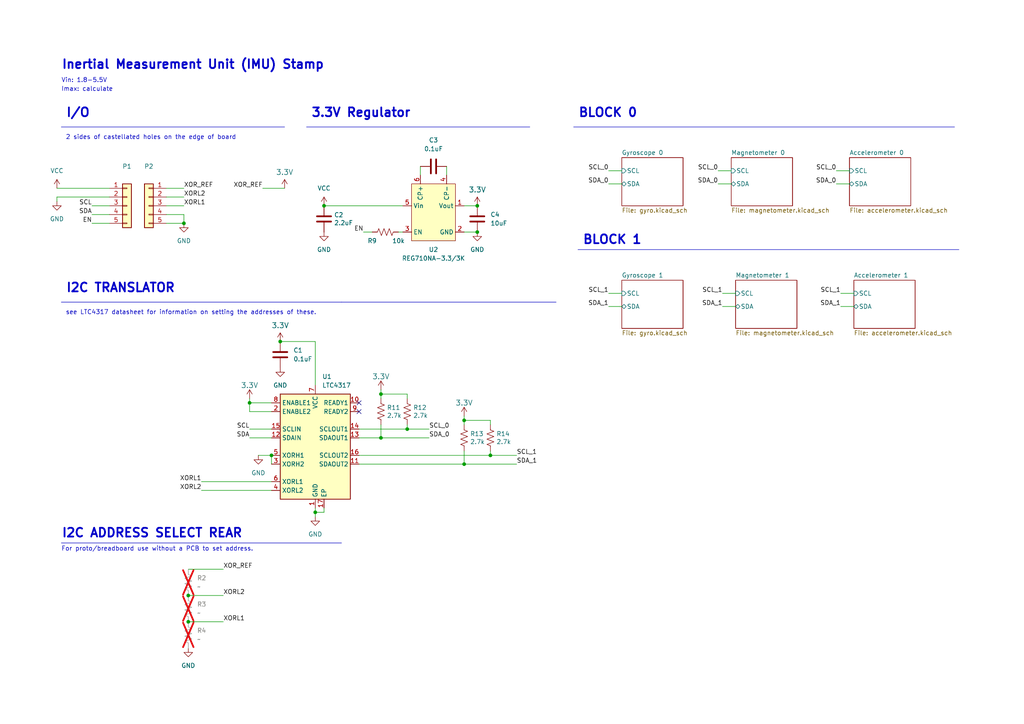
<source format=kicad_sch>
(kicad_sch (version 20230121) (generator eeschema)
  (paper "A4")
  (lib_symbols
    (symbol "Connector_Generic:Conn_01x05" (pin_names (offset 1.016) hide)
      (property "Reference" "J" (at 0 7.62 0))
      (property "Value" "Conn_01x05" (at 0 -7.62 0))
      (symbol "Conn_01x05_1_1"
        (rectangle (start -1.27 -4.953) (end 0 -5.207) (stroke (width 0.1524)))
        (rectangle (start -1.27 -2.413) (end 0 -2.667) (stroke (width 0.1524)))
        (rectangle (start -1.27 0.127) (end 0 -0.127) (stroke (width 0.1524)))
        (rectangle (start -1.27 2.667) (end 0 2.413) (stroke (width 0.1524)))
        (rectangle (start -1.27 5.207) (end 0 4.953) (stroke (width 0.1524)))
        (rectangle (start -1.27 6.35) (end 1.27 -6.35) (stroke (width 0.254)) (fill (type background)))
        (pin passive line (at -5.08 5.08 0) (length 3.81) (name "Pin_1") (number "1"))
        (pin passive line (at -5.08 2.54 0) (length 3.81) (name "Pin_2") (number "2"))
        (pin passive line (at -5.08 0 0) (length 3.81) (name "Pin_3") (number "3"))
        (pin passive line (at -5.08 -2.54 0) (length 3.81) (name "Pin_4") (number "4"))
        (pin passive line (at -5.08 -5.08 0) (length 3.81) (name "Pin_5") (number "5"))
      )
    )
    (symbol "Device:C" (pin_numbers hide) (pin_names (offset 0.254))
      (property "Reference" "C" (at 0.635 2.54 0))
      (property "Value" "C" (at 0.635 -2.54 0))
      (symbol "C_0_1"
        (polyline (pts (xy -2.032 -0.762) (xy 2.032 -0.762)) (stroke (width 0.508)))
        (polyline (pts (xy -2.032 0.762) (xy 2.032 0.762)) (stroke (width 0.508)))
      )
      (symbol "C_1_1"
        (pin passive line (at 0 3.81 270) (length 2.794) (name "~") (number "1"))
        (pin passive line (at 0 -3.81 90) (length 2.794) (name "~") (number "2"))
      )
    )
    (symbol "Device:R_US" (pin_numbers hide) (pin_names (offset 0))
      (property "Reference" "R" (at 2.54 0 90))
      (property "Value" "R_US" (at -2.54 0 90))
      (symbol "R_US_0_1"
        (polyline (pts (xy 0 -2.286) (xy 0 -2.54)))
        (polyline (pts (xy 0 2.286) (xy 0 2.54)))
        (polyline (pts (xy 0 -0.762) (xy 1.016 -1.143) (xy 0 -1.524) (xy -1.016 -1.905) (xy 0 -2.286)))
        (polyline (pts (xy 0 0.762) (xy 1.016 0.381) (xy 0 0) (xy -1.016 -0.381) (xy 0 -0.762)))
        (polyline (pts (xy 0 2.286) (xy 1.016 1.905) (xy 0 1.524) (xy -1.016 1.143) (xy 0 0.762)))
      )
      (symbol "R_US_1_1"
        (pin passive line (at 0 3.81 270) (length 1.27) (name "~") (number "1"))
        (pin passive line (at 0 -3.81 90) (length 1.27) (name "~") (number "2"))
      )
    )
    (symbol "Interface_Expansion:LTC4317"
      (property "Reference" "U" (at -8.89 16.51 0))
      (property "Value" "LTC4317" (at 6.35 16.51 0))
      (symbol "LTC4317_0_1"
        (rectangle (start -10.16 15.24) (end 10.16 -15.24) (stroke (width 0.254)) (fill (type background)))
      )
      (symbol "LTC4317_1_1"
        (pin power_in line (at 0 -17.78 90) (length 2.54) (name "GND") (number "1"))
        (pin open_collector line (at 12.7 12.7 180) (length 2.54) (name "READY1") (number "10"))
        (pin bidirectional line (at 12.7 -5.08 180) (length 2.54) (name "SDAOUT2") (number "11"))
        (pin bidirectional line (at -12.7 2.54 0) (length 2.54) (name "SDAIN") (number "12"))
        (pin bidirectional line (at 12.7 2.54 180) (length 2.54) (name "SDAOUT1") (number "13"))
        (pin output line (at 12.7 5.08 180) (length 2.54) (name "SCLOUT1") (number "14"))
        (pin input line (at -12.7 5.08 0) (length 2.54) (name "SCLIN") (number "15"))
        (pin output line (at 12.7 -2.54 180) (length 2.54) (name "SCLOUT2") (number "16"))
        (pin passive line (at 2.54 -17.78 90) (length 2.54) (name "EP") (number "17"))
        (pin input line (at -12.7 10.16 0) (length 2.54) (name "ENABLE2") (number "2"))
        (pin input line (at -12.7 -5.08 0) (length 2.54) (name "XORH2") (number "3"))
        (pin input line (at -12.7 -12.7 0) (length 2.54) (name "XORL2") (number "4"))
        (pin input line (at -12.7 -2.54 0) (length 2.54) (name "XORH1") (number "5"))
        (pin input line (at -12.7 -10.16 0) (length 2.54) (name "XORL1") (number "6"))
        (pin power_in line (at 0 17.78 270) (length 2.54) (name "VCC") (number "7"))
        (pin input line (at -12.7 12.7 0) (length 2.54) (name "ENABLE1") (number "8"))
        (pin open_collector line (at 12.7 10.16 180) (length 2.54) (name "READY2") (number "9"))
      )
    )
    (symbol "imu-stamp:REG710NA"
      (property "Reference" "U" (at 0 -17.78 0))
      (property "Value" "REG710NA" (at 0 -20.32 0))
      (symbol "REG710NA_0_1"
        (rectangle (start -6.35 0) (end 6.35 -16.51) (fill (type background)))
      )
      (symbol "REG710NA_1_1"
        (pin input line (at 8.89 -6.35 180) (length 2.54) (name "Vout") (number "1"))
        (pin input line (at 8.89 -13.97 180) (length 2.54) (name "GND") (number "2"))
        (pin input line (at -8.89 -13.97 0) (length 2.54) (name "EN") (number "3"))
        (pin input line (at 3.81 2.54 270) (length 2.54) (name "CP-") (number "4"))
        (pin input line (at -8.89 -6.35 0) (length 2.54) (name "Vin") (number "5"))
        (pin input line (at -3.81 2.54 270) (length 2.54) (name "CP+") (number "6"))
      )
    )
    (symbol "mainboard:3.3V" (power) (pin_names (offset 1.016))
      (property "Value" "3.3V" (at -1.016 3.556 0))
      (symbol "3.3V_1_0"
        (polyline (pts (xy 0 2.54) (xy -0.762 1.27)))
        (polyline (pts (xy 0.762 1.27) (xy 0 2.54)))
        (pin power_in line (at 0 0 90) (length 2.54) (name "3.3V") (number "1"))
      )
    )
    (symbol "power:GND" (power) (pin_names (offset 0))
      (property "Value" "GND" (at 0 -3.81 0))
      (symbol "GND_0_1"
        (polyline (pts (xy 0 0) (xy 0 -1.27) (xy 1.27 -1.27) (xy 0 -2.54) (xy -1.27 -1.27) (xy 0 -1.27)))
      )
      (symbol "GND_1_1"
        (pin power_in line (at 0 0 270) (length 0) hide (name "GND") (number "1"))
      )
    )
    (symbol "power:VCC" (power) (pin_names (offset 0))
      (property "Value" "VCC" (at 0 3.81 0))
      (symbol "VCC_0_1"
        (polyline (pts (xy -0.762 1.27) (xy 0 2.54)))
        (polyline (pts (xy 0 0) (xy 0 2.54)))
        (polyline (pts (xy 0 2.54) (xy 0.762 1.27)))
      )
      (symbol "VCC_1_1"
        (pin power_in line (at 0 0 90) (length 0) hide (name "VCC") (number "1"))
      )
    )
  )
  (junction (at 134.62 121.92))
  (junction (at 138.43 67.31))
  (junction (at 142.24 132.08))
  (junction (at 72.39 116.84))
  (junction (at 54.61 180.34))
  (junction (at 81.28 99.06))
  (junction (at 118.11 124.46))
  (junction (at 110.49 127))
  (junction (at 78.74 132.08))
  (junction (at 110.49 114.3))
  (junction (at 91.44 148.59))
  (junction (at 138.43 59.69))
  (junction (at 134.62 134.62))
  (junction (at 54.61 172.72))
  (junction (at 53.34 64.77))
  (junction (at 93.98 59.69))
  (no_connect (at 104.14 116.84))
  (no_connect (at 104.14 119.38))
  (wire (pts (xy 93.98 148.59) (xy 93.98 147.32)))
  (wire (pts (xy 54.61 180.34) (xy 64.77 180.34)))
  (wire (pts (xy 76.2 54.61) (xy 82.55 54.61)))
  (wire (pts (xy 134.62 130.81) (xy 134.62 134.62)))
  (wire (pts (xy 16.51 57.15) (xy 16.51 58.42)))
  (wire (pts (xy 242.57 53.34) (xy 246.38 53.34)))
  (wire (pts (xy 134.62 134.62) (xy 149.86 134.62)))
  (wire (pts (xy 58.42 142.24) (xy 78.74 142.24)))
  (wire (pts (xy 31.75 64.77) (xy 26.67 64.77)))
  (wire (pts (xy 208.28 49.53) (xy 212.09 49.53)))
  (wire (pts (xy 121.92 48.26) (xy 121.92 50.8)))
  (wire (pts (xy 134.62 120.65) (xy 134.62 121.92)))
  (wire (pts (xy 48.26 57.15) (xy 53.34 57.15)))
  (wire (pts (xy 58.42 139.7) (xy 78.74 139.7)))
  (wire (pts (xy 110.49 113.03) (xy 110.49 114.3)))
  (wire (pts (xy 104.14 127) (xy 110.49 127)))
  (wire (pts (xy 54.61 172.72) (xy 64.77 172.72)))
  (polyline (pts (xy 17.78 157.48) (xy 99.06 157.48)))
  (wire (pts (xy 110.49 115.57) (xy 110.49 114.3)))
  (wire (pts (xy 48.26 64.77) (xy 53.34 64.77)))
  (wire (pts (xy 48.26 62.23) (xy 53.34 62.23)))
  (wire (pts (xy 91.44 148.59) (xy 93.98 148.59)))
  (wire (pts (xy 142.24 132.08) (xy 104.14 132.08)))
  (wire (pts (xy 31.75 54.61) (xy 16.51 54.61)))
  (wire (pts (xy 31.75 59.69) (xy 26.67 59.69)))
  (wire (pts (xy 48.26 54.61) (xy 53.34 54.61)))
  (wire (pts (xy 134.62 59.69) (xy 138.43 59.69)))
  (wire (pts (xy 243.84 85.09) (xy 247.65 85.09)))
  (wire (pts (xy 105.41 67.31) (xy 107.95 67.31)))
  (wire (pts (xy 142.24 130.81) (xy 142.24 132.08)))
  (wire (pts (xy 78.74 119.38) (xy 72.39 119.38)))
  (wire (pts (xy 209.55 85.09) (xy 213.36 85.09)))
  (wire (pts (xy 142.24 121.92) (xy 142.24 123.19)))
  (wire (pts (xy 72.39 116.84) (xy 72.39 119.38)))
  (wire (pts (xy 104.14 124.46) (xy 118.11 124.46)))
  (wire (pts (xy 142.24 121.92) (xy 134.62 121.92)))
  (wire (pts (xy 118.11 114.3) (xy 110.49 114.3)))
  (wire (pts (xy 48.26 59.69) (xy 53.34 59.69)))
  (wire (pts (xy 176.53 49.53) (xy 180.34 49.53)))
  (wire (pts (xy 78.74 132.08) (xy 74.93 132.08)))
  (wire (pts (xy 110.49 127) (xy 124.46 127)))
  (wire (pts (xy 93.98 59.69) (xy 116.84 59.69)))
  (wire (pts (xy 53.34 62.23) (xy 53.34 64.77)))
  (polyline (pts (xy 166.37 36.83) (xy 276.86 36.83)))
  (polyline (pts (xy 17.78 36.83) (xy 82.55 36.83)))
  (polyline (pts (xy 99.06 87.63) (xy 161.29 87.63)))
  (wire (pts (xy 91.44 148.59) (xy 91.44 147.32)))
  (wire (pts (xy 118.11 114.3) (xy 118.11 115.57)))
  (wire (pts (xy 64.77 165.1) (xy 54.61 165.1)))
  (wire (pts (xy 176.53 88.9) (xy 180.34 88.9)))
  (wire (pts (xy 104.14 134.62) (xy 134.62 134.62)))
  (wire (pts (xy 110.49 127) (xy 110.49 123.19)))
  (polyline (pts (xy 17.78 87.63) (xy 99.06 87.63)))
  (wire (pts (xy 31.75 62.23) (xy 26.67 62.23)))
  (wire (pts (xy 243.84 88.9) (xy 247.65 88.9)))
  (wire (pts (xy 209.55 88.9) (xy 213.36 88.9)))
  (polyline (pts (xy 88.9 36.83) (xy 153.67 36.83)))
  (wire (pts (xy 72.39 124.46) (xy 78.74 124.46)))
  (wire (pts (xy 78.74 132.08) (xy 78.74 134.62)))
  (wire (pts (xy 134.62 123.19) (xy 134.62 121.92)))
  (wire (pts (xy 142.24 132.08) (xy 149.86 132.08)))
  (wire (pts (xy 91.44 111.76) (xy 91.44 99.06)))
  (wire (pts (xy 72.39 115.57) (xy 72.39 116.84)))
  (wire (pts (xy 208.28 53.34) (xy 212.09 53.34)))
  (wire (pts (xy 72.39 116.84) (xy 78.74 116.84)))
  (wire (pts (xy 72.39 127) (xy 78.74 127)))
  (wire (pts (xy 16.51 57.15) (xy 31.75 57.15)))
  (wire (pts (xy 118.11 124.46) (xy 118.11 123.19)))
  (polyline (pts (xy 167.64 72.39) (xy 278.13 72.39)))
  (wire (pts (xy 242.57 49.53) (xy 246.38 49.53)))
  (wire (pts (xy 176.53 85.09) (xy 180.34 85.09)))
  (wire (pts (xy 134.62 67.31) (xy 138.43 67.31)))
  (wire (pts (xy 118.11 124.46) (xy 124.46 124.46)))
  (wire (pts (xy 176.53 53.34) (xy 180.34 53.34)))
  (wire (pts (xy 91.44 149.86) (xy 91.44 148.59)))
  (wire (pts (xy 91.44 99.06) (xy 81.28 99.06)))
  (wire (pts (xy 115.57 67.31) (xy 116.84 67.31)))
  (wire (pts (xy 129.54 48.26) (xy 129.54 50.8)))
  (text "I2C TRANSLATOR" (at 19.05 85.09 0) (effects (font (size 2.54 2.54) (thickness 0.508) bold) (justify left bottom)))
  (text "2 sides of castellated holes on the edge of board" (at 19.05 40.64 0) (effects (font (size 1.27 1.27)) (justify left bottom)))
  (text "Imax: calculate" (at 17.78 26.67 0) (effects (font (size 1.27 1.27)) (justify left bottom)))
  (text "I/O" (at 19.05 34.29 0) (effects (font (size 2.54 2.54) (thickness 0.508) bold) (justify left bottom)))
  (text "see LTC4317 datasheet for information on setting the addresses of these." (at 19.05 91.44 0) (effects (font (size 1.27 1.27)) (justify left bottom)))
  (text "Inertial Measurement Unit (IMU) Stamp" (at 17.78 20.32 0) (effects (font (size 2.54 2.54) (thickness 0.508) bold) (justify left bottom)))
  (text "I2C ADDRESS SELECT REAR" (at 17.78 156.21 0) (effects (font (size 2.54 2.54) (thickness 0.508) bold) (justify left bottom)))
  (text "BLOCK 0" (at 167.64 34.29 0) (effects (font (size 2.54 2.54) (thickness 0.508) bold) (justify left bottom)))
  (text "BLOCK 1" (at 168.91 71.12 0) (effects (font (size 2.54 2.54) (thickness 0.508) bold) (justify left bottom)))
  (text "Vin: 1.8-5.5V\n" (at 17.78 24.13 0) (effects (font (size 1.27 1.27)) (justify left bottom)))
  (text "For proto/breadboard use without a PCB to set address." (at 17.78 160.02 0) (effects (font (size 1.27 1.27)) (justify left bottom)))
  (text "3.3V Regulator" (at 90.17 34.29 0) (effects (font (size 2.54 2.54) (thickness 0.508) bold) (justify left bottom)))
  (label "SCL_0" (at 242.57 49.53 180))
  (label "SDA_1" (at 149.86 134.62 0))
  (label "XORL2" (at 64.77 172.72 0))
  (label "SDA_0" (at 176.53 53.34 180))
  (label "SCL_1" (at 243.84 85.09 180))
  (label "SDA_0" (at 208.28 53.34 180))
  (label "XOR_REF" (at 76.2 54.61 180))
  (label "SCL_0" (at 124.46 124.46 0))
  (label "SCL_1" (at 176.53 85.09 180))
  (label "SCL" (at 26.67 59.69 180))
  (label "SCL_0" (at 176.53 49.53 180))
  (label "XORL1" (at 64.77 180.34 0))
  (label "XORL1" (at 53.34 59.69 0))
  (label "XORL2" (at 58.42 142.24 180))
  (label "SDA" (at 26.67 62.23 180))
  (label "XOR_REF" (at 64.77 165.1 0))
  (label "SDA_0" (at 242.57 53.34 180))
  (label "EN" (at 105.41 67.31 180))
  (label "SCL_1" (at 149.86 132.08 0))
  (label "SDA" (at 72.39 127 180))
  (label "SDA_0" (at 124.46 127 0))
  (label "XORL1" (at 58.42 139.7 180))
  (label "SCL_1" (at 209.55 85.09 180))
  (label "SDA_1" (at 243.84 88.9 180))
  (label "XOR_REF" (at 53.34 54.61 0))
  (label "SCL_0" (at 208.28 49.53 180))
  (label "SDA_1" (at 176.53 88.9 180))
  (label "XORL2" (at 53.34 57.15 0))
  (label "SDA_1" (at 209.55 88.9 180))
  (label "EN" (at 26.67 64.77 180))
  (label "SCL" (at 72.39 124.46 180))
  (symbol (lib_id "mainboard:3.3V") (at 134.62 120.65 0) (unit 1)
    (property "Reference" "#P+05" (effects hide))
    (property "Value" "3.3V" (at 134.62 116.84 0) (effects (font (size 1.4986 1.4986))))
  )
  (symbol (lib_id "Device:C") (at 138.43 63.5 0) (unit 1)
    (property "Reference" "C4" (at 142.24 62.2299 0) (effects (justify left)))
    (property "Value" "10uF" (at 142.24 64.7699 0) (effects (justify left)))
    (property "Footprint" "Capacitor_SMD:C_0402_1005Metric" (effects hide))
    (property "Datasheet" "AMK105CBJ106MVHF" (effects hide))
  )
  (symbol (lib_id "power:GND") (at 138.43 67.31 0) (unit 1)
    (property "Reference" "#PWR010" (effects hide))
    (property "Value" "GND" (at 138.43 72.39 0))
  )
  (symbol (lib_id "Device:C") (at 81.28 102.87 180) (unit 1)
    (property "Reference" "C1" (at 85.09 101.5999 0) (effects (justify right)))
    (property "Value" "0.1uF" (at 85.09 104.1399 0) (effects (justify right)))
    (property "Footprint" "Capacitor_SMD:C_0201_0603Metric" (effects hide))
    (property "Datasheet" "GRT033R61A104KE01J" (effects hide))
  )
  (symbol (lib_id "mainboard:3.3V") (at 81.28 99.06 0) (unit 1)
    (property "Reference" "#SUPPLY01" (effects hide))
    (property "Value" "3.3V" (at 78.74 95.25 0) (effects (font (size 1.4986 1.4986)) (justify left bottom)))
  )
  (symbol (lib_id "Connector_Generic:Conn_01x05") (at 43.18 59.69 0) (mirror y) (unit 1)
    (property "Reference" "P2" (at 43.18 48.26 0))
    (property "Value" "I/O" (effects hide))
    (property "Footprint" "imu-stamp:PinHeaderCastellated_1x05_P1.27mm_Vertical" (effects hide))
  )
  (symbol (lib_id "Connector_Generic:Conn_01x05") (at 36.83 59.69 0) (unit 1) (in_bom no)
    (property "Reference" "P1" (at 36.83 48.26 0))
    (property "Value" "I/O" (effects hide))
    (property "Footprint" "imu-stamp:PinHeaderCastellated_1x05_P1.27mm_Vertical" (effects hide))
  )
  (symbol (lib_id "Device:R_US") (at 134.62 127 0) (unit 1)
    (property "Reference" "R13" (at 136.3472 125.8316 0) (effects (justify left)))
    (property "Value" "2.7k" (at 136.3472 128.143 0) (effects (justify left)))
    (property "Footprint" "Resistor_SMD:R_0201_0603Metric" (effects hide))
    (property "Datasheet" "ERJ-1GNJ272C" (effects hide))
  )
  (symbol (lib_id "Device:C") (at 125.73 48.26 90) (unit 1)
    (property "Reference" "C3" (at 125.73 40.64 90))
    (property "Value" "0.1uF" (at 125.73 43.18 90))
    (property "Footprint" "Capacitor_SMD:C_0603_1608Metric" (effects hide))
    (property "Datasheet" "CGA3E2X7R1H104K080AA" (effects hide))
  )
  (symbol (lib_id "Device:R_US") (at 54.61 184.15 0) (unit 1) (dnp yes)
    (property "Reference" "R4" (at 57.15 182.8799 0) (effects (justify left)))
    (property "Value" "~" (at 57.15 185.4199 0) (effects (justify left)))
    (property "Footprint" "Resistor_SMD:R_0402_1005Metric" (effects hide))
  )
  (symbol (lib_id "mainboard:3.3V") (at 82.55 54.61 0) (unit 1)
    (property "Reference" "#SUPPLY02" (effects hide))
    (property "Value" "3.3V" (at 80.01 50.8 0) (effects (font (size 1.4986 1.4986)) (justify left bottom)))
  )
  (symbol (lib_id "mainboard:3.3V") (at 110.49 113.03 0) (unit 1)
    (property "Reference" "#P+04" (effects hide))
    (property "Value" "3.3V" (at 110.49 109.22 0) (effects (font (size 1.4986 1.4986))))
  )
  (symbol (lib_id "Device:R_US") (at 111.76 67.31 90) (unit 1)
    (property "Reference" "R9" (at 107.95 69.85 90))
    (property "Value" "10k" (at 115.57 69.85 90))
    (property "Footprint" "Resistor_SMD:R_0201_0603Metric" (effects hide))
    (property "Datasheet" "RMCF0201FT4K70" (effects hide))
  )
  (symbol (lib_id "mainboard:3.3V") (at 138.43 59.69 0) (unit 1)
    (property "Reference" "#SUPPLY03" (effects hide))
    (property "Value" "3.3V" (at 135.89 55.88 0) (effects (font (size 1.4986 1.4986)) (justify left bottom)))
  )
  (symbol (lib_id "power:VCC") (at 16.51 54.61 0) (mirror y) (unit 1)
    (property "Reference" "#PWR01" (effects hide))
    (property "Value" "VCC" (at 16.51 49.53 0))
  )
  (symbol (lib_id "power:GND") (at 16.51 58.42 0) (mirror y) (unit 1)
    (property "Reference" "#PWR02" (effects hide))
    (property "Value" "GND" (at 16.51 63.5 0))
  )
  (symbol (lib_id "Interface_Expansion:LTC4317") (at 91.44 129.54 0) (unit 1)
    (property "Reference" "U1" (at 93.4594 109.22 0) (effects (justify left)))
    (property "Value" "LTC4317" (at 93.4594 111.76 0) (effects (justify left)))
    (property "Footprint" "Package_DFN_QFN:DFN-16-1EP_3x5mm_P0.5mm_EP1.66x4.4mm" (effects hide))
    (property "Datasheet" "LTC4317CDHC#PBF" (effects hide))
  )
  (symbol (lib_id "power:GND") (at 81.28 106.68 0) (unit 1)
    (property "Reference" "#PWR06" (effects hide))
    (property "Value" "GND" (at 81.28 111.76 0))
  )
  (symbol (lib_id "power:GND") (at 93.98 67.31 0) (unit 1)
    (property "Reference" "#PWR09" (effects hide))
    (property "Value" "GND" (at 93.98 72.39 0))
  )
  (symbol (lib_id "Device:R_US") (at 142.24 127 0) (unit 1)
    (property "Reference" "R14" (at 143.9672 125.8316 0) (effects (justify left)))
    (property "Value" "2.7k" (at 143.9672 128.143 0) (effects (justify left)))
    (property "Footprint" "Resistor_SMD:R_0201_0603Metric" (effects hide))
    (property "Datasheet" "ERJ-1GNJ272C" (effects hide))
  )
  (symbol (lib_id "power:GND") (at 54.61 187.96 0) (unit 1)
    (property "Reference" "#PWR04" (effects hide))
    (property "Value" "GND" (at 54.61 193.04 0))
  )
  (symbol (lib_id "power:GND") (at 74.93 132.08 0) (unit 1)
    (property "Reference" "#PWR05" (effects hide))
    (property "Value" "GND" (at 74.93 137.16 0))
  )
  (symbol (lib_id "Device:R_US") (at 118.11 119.38 0) (unit 1)
    (property "Reference" "R12" (at 119.8372 118.2116 0) (effects (justify left)))
    (property "Value" "2.7k" (at 119.8372 120.523 0) (effects (justify left)))
    (property "Footprint" "Resistor_SMD:R_0201_0603Metric" (effects hide))
    (property "Datasheet" "ERJ-1GNJ272C" (effects hide))
  )
  (symbol (lib_id "Device:R_US") (at 54.61 176.53 0) (unit 1) (dnp yes)
    (property "Reference" "R3" (at 57.15 175.2599 0) (effects (justify left)))
    (property "Value" "~" (at 57.15 177.7999 0) (effects (justify left)))
    (property "Footprint" "Resistor_SMD:R_0402_1005Metric" (effects hide))
  )
  (symbol (lib_id "power:GND") (at 91.44 149.86 0) (unit 1)
    (property "Reference" "#PWR07" (effects hide))
    (property "Value" "GND" (at 91.44 154.94 0))
  )
  (symbol (lib_id "imu-stamp:REG710NA") (at 125.73 53.34 0) (unit 1)
    (property "Reference" "U2" (at 125.73 72.39 0))
    (property "Value" "REG710NA-3.3/3K" (at 125.73 74.93 0))
    (property "Footprint" "Package_TO_SOT_SMD:SOT-23-6" (effects hide))
    (property "Datasheet" "REG710NA-3.3/3K" (effects hide))
  )
  (symbol (lib_id "power:VCC") (at 93.98 59.69 0) (unit 1)
    (property "Reference" "#PWR08" (effects hide))
    (property "Value" "VCC" (at 93.98 54.61 0))
  )
  (symbol (lib_id "Device:R_US") (at 54.61 168.91 0) (unit 1) (dnp yes)
    (property "Reference" "R2" (at 57.15 167.6399 0) (effects (justify left)))
    (property "Value" "~" (at 57.15 170.1799 0) (effects (justify left)))
    (property "Footprint" "Resistor_SMD:R_0402_1005Metric" (effects hide))
  )
  (symbol (lib_id "Device:C") (at 93.98 63.5 0) (unit 1)
    (property "Reference" "C2" (at 96.901 62.3316 0) (effects (justify left)))
    (property "Value" "2.2uF" (at 96.901 64.643 0) (effects (justify left)))
    (property "Footprint" "Capacitor_SMD:C_0603_1608Metric" (effects hide))
    (property "Datasheet" "CGA3E1X7R0J225K080AC" (effects hide))
  )
  (symbol (lib_id "mainboard:3.3V") (at 72.39 115.57 0) (unit 1)
    (property "Reference" "#P+02" (effects hide))
    (property "Value" "3.3V" (at 72.39 111.76 0) (effects (font (size 1.4986 1.4986))))
  )
  (symbol (lib_id "Device:R_US") (at 110.49 119.38 0) (unit 1)
    (property "Reference" "R11" (at 112.2172 118.2116 0) (effects (justify left)))
    (property "Value" "2.7k" (at 112.2172 120.523 0) (effects (justify left)))
    (property "Footprint" "Resistor_SMD:R_0201_0603Metric" (effects hide))
    (property "Datasheet" "ERJ-1GNJ272C" (effects hide))
  )
  (symbol (lib_id "power:GND") (at 53.34 64.77 0) (unit 1)
    (property "Reference" "#PWR03" (effects hide))
    (property "Value" "GND" (at 53.34 69.85 0))
  )
  (sheet (at 212.09 45.72) (size 17.78 13.97) (stroke (width 0.1524))
    (property "Sheetname" "Magnetometer 0" (at 212.09 45.0084 0) (effects (justify left bottom)))
    (property "Sheetfile" "magnetometer.kicad_sch" (at 212.09 60.2746 0) (effects (justify left top)))
    (pin "SCL" input (at 212.09 49.53 180))
    (pin "SDA" bidirectional (at 212.09 53.34 180))
  )
  (sheet (at 180.34 81.28) (size 17.78 13.97) (stroke (width 0.1524))
    (property "Sheetname" "Gyroscope 1" (at 180.34 80.5684 0) (effects (justify left bottom)))
    (property "Sheetfile" "gyro.kicad_sch" (at 180.34 95.8346 0) (effects (justify left top)))
    (pin "SDA" bidirectional (at 180.34 88.9 180))
    (pin "SCL" input (at 180.34 85.09 180))
  )
  (sheet (at 180.34 45.72) (size 17.78 13.97) (stroke (width 0.1524))
    (property "Sheetname" "Gyroscope 0" (at 180.34 45.0084 0) (effects (justify left bottom)))
    (property "Sheetfile" "gyro.kicad_sch" (at 180.34 60.2746 0) (effects (justify left top)))
    (pin "SDA" bidirectional (at 180.34 53.34 180))
    (pin "SCL" input (at 180.34 49.53 180))
  )
  (sheet (at 247.65 81.28) (size 17.78 13.97) (stroke (width 0.1524))
    (property "Sheetname" "Accelerometer 1" (at 247.65 80.5684 0) (effects (justify left bottom)))
    (property "Sheetfile" "accelerometer.kicad_sch" (at 247.65 95.8346 0) (effects (justify left top)))
    (pin "SDA" bidirectional (at 247.65 88.9 180))
    (pin "SCL" input (at 247.65 85.09 180))
  )
  (sheet (at 213.36 81.28) (size 17.78 13.97) (stroke (width 0.1524))
    (property "Sheetname" "Magnetometer 1" (at 213.36 80.5684 0) (effects (justify left bottom)))
    (property "Sheetfile" "magnetometer.kicad_sch" (at 213.36 95.8346 0) (effects (justify left top)))
    (pin "SCL" input (at 213.36 85.09 180))
    (pin "SDA" bidirectional (at 213.36 88.9 180))
  )
  (sheet (at 246.38 45.72) (size 17.78 13.97) (stroke (width 0.1524))
    (property "Sheetname" "Accelerometer 0" (at 246.38 45.0084 0) (effects (justify left bottom)))
    (property "Sheetfile" "accelerometer.kicad_sch" (at 246.38 60.2746 0) (effects (justify left top)))
    (pin "SDA" bidirectional (at 246.38 53.34 180))
    (pin "SCL" input (at 246.38 49.53 180))
  )
)
</source>
